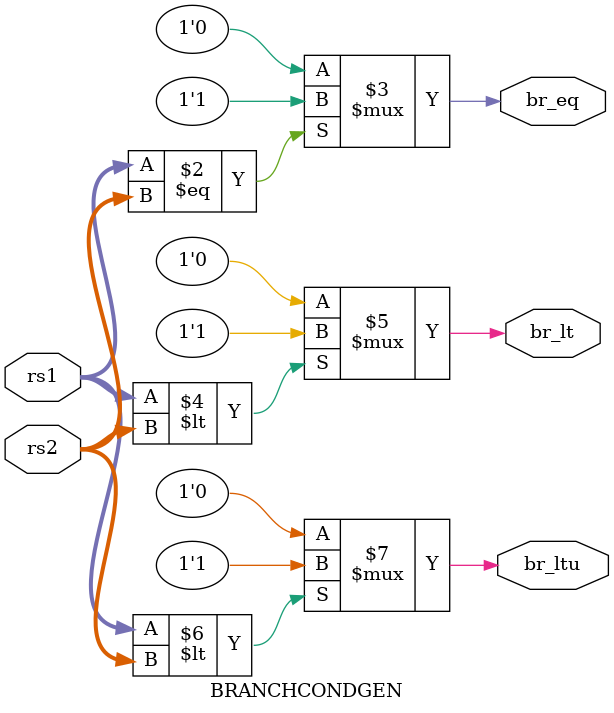
<source format=v>
/* 

This module contains the Branch Condition Generator for the CSCI320 
single-cycle RISCV CPU project.

Michael Matirko
CSCI320
Bucknell University

*/ 

module BRANCHCONDGEN (input [31:0] rs1, rs2, output reg br_eq, br_lt, br_ltu); 
	always @(*) begin
		br_eq =  rs1 == rs2 ? 1'b1 : 1'b0;
		br_lt = ($signed(rs1) < $signed(rs2))  ? 1'b1 : 1'b0;
		br_ltu =  rs1 < rs2  ? 1'b1 : 1'b0; 
	end

endmodule

</source>
